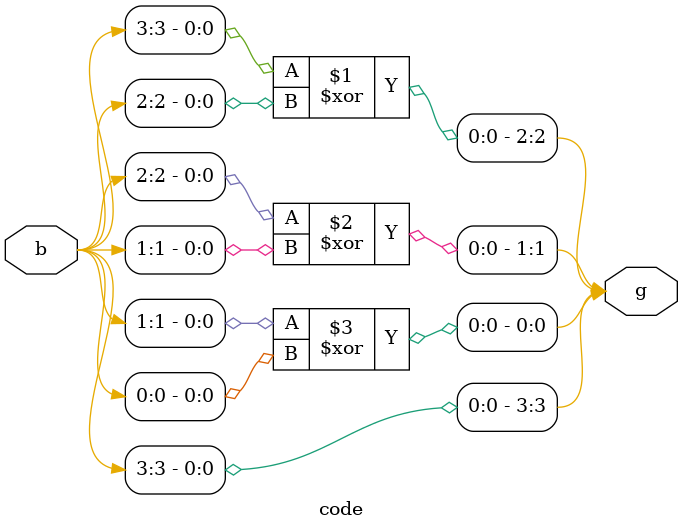
<source format=v>
module code(
input [3:0]b,
output [3:0]g);
assign g[3] = b[3];
assign g[2] = b[3]^b[2];
assign g[1] = b[2]^b[1];
assign g[0] = b[1]^b[0];
endmodule


</source>
